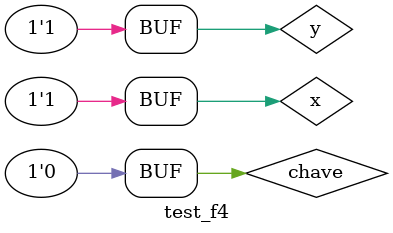
<source format=v>
module f4 (output s, input a,input b, input chave);

wire s1, s2, s3, s4, nc;

and and1(s1, a, b);
or  or1 (s2, a, b);
not not1(nc, chave);
and and1(s3, s1, nc);
and and1(s4, s2, chave);
or  or1 (s, s3, s4);

endmodule // f4
module test_f4;
// ------------------------- definir dados
reg x;
reg y;
reg chave;
wire s;
f4 modulo (s, x, y, chave);
// ------------------------- parte principal
initial begin
$display("Exemplo0032 - Yousef - 441714");
$display("Test LU's module");

x = 0; y = 0; chave = 1;

$monitor("x = %1b -- y = %1b chave = %1b Resultado = %1b",x,y,chave,s );

#1x = 0; y = 1; chave = 1;
#1x = 1; y = 0; chave = 1;
#1x = 1; y = 1; chave = 1;

#1x = 0; y = 0; chave = 0;
$display("\n");
#1x = 0; y = 1; chave = 0;
#1x = 1; y = 0; chave = 0;
#1x = 1; y = 1; chave = 0;

end
endmodule // test_f4
</source>
